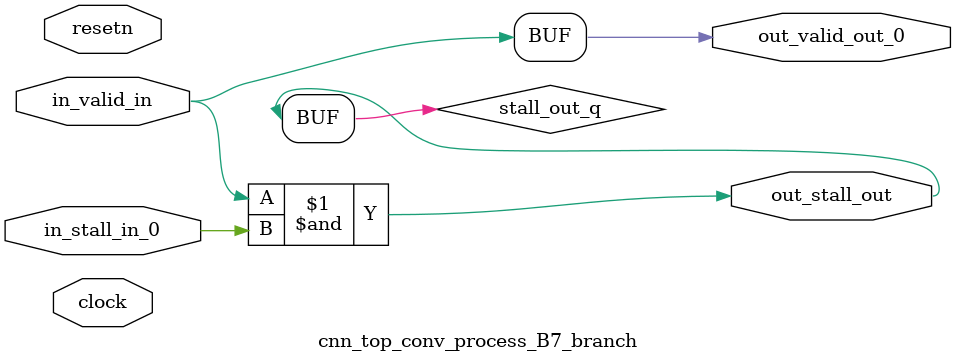
<source format=sv>



(* altera_attribute = "-name AUTO_SHIFT_REGISTER_RECOGNITION OFF; -name MESSAGE_DISABLE 10036; -name MESSAGE_DISABLE 10037; -name MESSAGE_DISABLE 14130; -name MESSAGE_DISABLE 14320; -name MESSAGE_DISABLE 15400; -name MESSAGE_DISABLE 14130; -name MESSAGE_DISABLE 10036; -name MESSAGE_DISABLE 12020; -name MESSAGE_DISABLE 12030; -name MESSAGE_DISABLE 12010; -name MESSAGE_DISABLE 12110; -name MESSAGE_DISABLE 14320; -name MESSAGE_DISABLE 13410; -name MESSAGE_DISABLE 113007; -name MESSAGE_DISABLE 10958" *)
module cnn_top_conv_process_B7_branch (
    input wire [0:0] in_stall_in_0,
    input wire [0:0] in_valid_in,
    output wire [0:0] out_stall_out,
    output wire [0:0] out_valid_out_0,
    input wire clock,
    input wire resetn
    );

    wire [0:0] stall_out_q;


    // stall_out(LOGICAL,6)
    assign stall_out_q = in_valid_in & in_stall_in_0;

    // out_stall_out(GPOUT,4)
    assign out_stall_out = stall_out_q;

    // out_valid_out_0(GPOUT,5)
    assign out_valid_out_0 = in_valid_in;

endmodule

</source>
